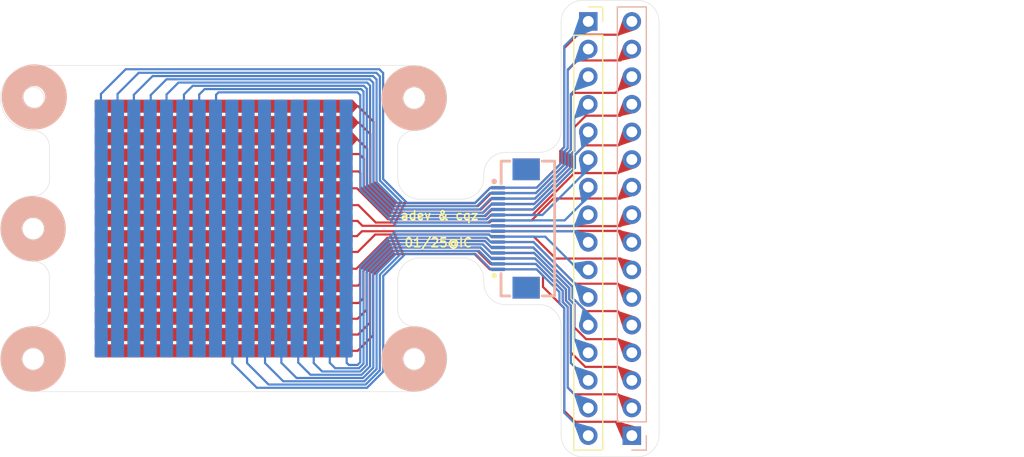
<source format=kicad_pcb>
(kicad_pcb (version 20240108) (generator "pcbnew") (generator_version "8.0")
  (layers (0 "F.Cu" signal "Front") (31 "B.Cu" signal "Back") (34 "B.Paste" user) (35 "F.Paste" user) (36 "B.SilkS" user "B.Silkscreen") (37 "F.SilkS" user "F.Silkscreen") (38 "B.Mask" user "B.Mask - ENIG") (39 "F.Mask" user "F.Mask - ENIG") (44 "Edge.Cuts" user))
  (net 0 "")
  (net 1 "/out4")
  (net 2 "/out6")
  (net 3 "/out14")
  (net 4 "/out9")
  (net 5 "/out12")
  (net 6 "/out10")
  (net 7 "/out5")
  (net 8 "/out7")
  (net 9 "/out15")
  (net 10 "/out11")
  (net 11 "/out2")
  (net 13 "/out1")
  (net 14 "/out0")
  (net 15 "/out8")
  (net 16 "/out13")
  (net 17 "/out3")
  (net 20 "/ain8")
  (net 21 "/ain4")
  (net 22 "/ain11")
  (net 23 "/ain14")
  (net 24 "/ain12")
  (net 25 "/ain6")
  (net 26 "/ain13")
  (net 27 "/ain10")
  (net 28 "/ain9")
  (net 29 "/ain0")
  (net 30 "/ain1")
  (net 31 "/ain2")
  (net 32 "/ain7")
  (net 33 "/ain5")
  (net 35 "/ain15")
  (net 36 "/ain3")
  (footprint "00_lcsc:FPC-SMD_16P-P0.50_FPC-05F-16PH20" (layer "F.Cu") (at 141.25 114.75 90)
    (property "Reference" "FPC2" (hide yes))
    (property "Value" "FPC-05F-16PH20" (hide yes))
  )
  (footprint "Connector_PinSocket_2.54mm:PinSocket_1x16_P2.54mm_Vertical" (layer "F.Cu") (at 148.25 95.7)
    (property "Reference" "J1" (hide yes))
    (property "Value" "Conn_01x16_Pin" (hide yes))
  )
  (footprint "Connector_PinSocket_2.54mm:PinSocket_1x16_P2.54mm_Vertical" (layer "B.Cu") (at 152.25 133.8)
    (property "Reference" "J2" (hide yes))
    (property "Value" "Conn_01x16_Pin")
  )
  (footprint "00_lcsc:FPC-SMD_16P-P0.50_FPC-05F-16PH20" (layer "B.Cu") (at 141.25 114.75 -90)
    (property "Reference" "FPC1" (hide yes))
    (property "Value" "FPC-05F-16PH20" (hide yes))
  )
  (gr_poly (pts (xy 126.35 102.9) (xy 126.600001 102.9) (xy 127.05 103.4) (xy 127.05 103.6) (xy 126.600001 104.099999) (xy 126.35 104.1)) (fill solid) (layer "F.Cu") (net 35))
  (gr_poly (pts (xy 126.35 105.9) (xy 126.600001 105.9) (xy 127.05 106.4) (xy 127.05 106.6) (xy 126.600001 107.099999) (xy 126.35 107.1)) (fill solid) (layer "F.Cu") (net 26))
  (gr_poly (pts (xy 126.4 104.4) (xy 126.650001 104.4) (xy 127.1 104.9) (xy 127.1 105.1) (xy 126.650001 105.599999) (xy 126.4 105.6)) (fill solid) (layer "F.Cu") (net 23))
  (gr_circle (center 97.25 114.78) (end 99.249999 114.78) (stroke (width 2)) (fill none) (layer "B.SilkS"))
  (gr_circle (center 132.25 102.75) (end 130.25 102.749999) (stroke (width 2)) (fill none) (layer "B.SilkS"))
  (gr_circle (center 97.35 102.65) (end 99.350001 102.649999) (stroke (width 2)) (fill none) (layer "B.SilkS"))
  (gr_circle (center 97.25 126.75) (end 99.25 126.75) (stroke (width 2)) (fill none) (layer "B.SilkS"))
  (gr_circle (center 132.25 126.75) (end 130.249999 126.75) (stroke (width 2)) (fill none) (layer "B.SilkS"))
  (gr_arc (start 98.75 122.25) (mid 98.31066 123.31066) (end 97.25 123.75) (stroke (width 0.0381)) (layer "Edge.Cuts"))
  (gr_arc (start 152.75 93.75) (mid 154.164214 94.335786) (end 154.75 95.75) (stroke (width 0.0381)) (layer "Edge.Cuts"))
  (gr_line (start 130.75 122.250001) (end 130.75 119.449998) (stroke (width 0.0381)) (layer "Edge.Cuts"))
  (gr_arc (start 98.75 110.249999) (mid 98.310661 111.31066) (end 97.25 111.75) (stroke (width 0.0381)) (layer "Edge.Cuts"))
  (gr_line (start 138.65 119.45) (end 138.65 119.750004) (stroke (width 0.0381)) (layer "Edge.Cuts"))
  (gr_circle (center 132.25 126.75) (end 131.249999 126.75) (stroke (width 0.0381)) (fill none) (layer "Edge.Cuts"))
  (gr_arc (start 132.25 99.75) (mid 135.249996 102.749996) (end 132.25 105.750002) (stroke (width 0.0381)) (layer "Edge.Cuts"))
  (gr_arc (start 97.25 117.750001) (mid 94.249999 114.75) (end 97.25 111.75) (stroke (width 0.0381)) (layer "Edge.Cuts"))
  (gr_arc (start 130.75 119.449998) (mid 131.335786 118.035783) (end 132.75 117.449998) (stroke (width 0.0381)) (layer "Edge.Cuts"))
  (gr_arc (start 147.75 135.750004) (mid 146.335786 135.164218) (end 145.75 133.750004) (stroke (width 0.0381)) (layer "Edge.Cuts"))
  (gr_arc (start 140.65 121.750004) (mid 139.235786 121.164218) (end 138.65 119.750004) (stroke (width 0.0381)) (layer "Edge.Cuts"))
  (gr_arc (start 138.65 109.75) (mid 139.235786 108.335786) (end 140.65 107.75) (stroke (width 0.0381)) (layer "Edge.Cuts"))
  (gr_arc (start 132.75 112.050002) (mid 131.335786 111.464216) (end 130.75 110.050002) (stroke (width 0.0381)) (layer "Edge.Cuts"))
  (gr_line (start 130.75 110.050002) (end 130.75 107.25) (stroke (width 0.0381)) (layer "Edge.Cuts"))
  (gr_arc (start 132.249999 123.750002) (mid 135.249995 126.749996) (end 132.25 129.75) (stroke (width 0.0381)) (layer "Edge.Cuts"))
  (gr_arc (start 143.75 121.750004) (mid 145.164213 122.335791) (end 145.75 123.750004) (stroke (width 0.0381)) (layer "Edge.Cuts"))
  (gr_line (start 97.250001 99.750002) (end 132.25 99.750005) (stroke (width 0.0381)) (layer "Edge.Cuts"))
  (gr_arc (start 97.25 129.75) (mid 94.25 126.75) (end 97.25 123.75) (stroke (width 0.0381)) (layer "Edge.Cuts"))
  (gr_arc (start 97.250001 105.750001) (mid 94.25 102.750001) (end 97.250001 99.750002) (stroke (width 0.0381)) (layer "Edge.Cuts"))
  (gr_circle (center 97.25 102.750003) (end 98.250001 102.750002) (stroke (width 0.0381)) (fill none) (layer "Edge.Cuts"))
  (gr_arc (start 97.250001 105.750001) (mid 98.310661 106.189341) (end 98.75 107.250001) (stroke (width 0.0381)) (layer "Edge.Cuts"))
  (gr_circle (center 132.25 102.750001) (end 131.25 102.75) (stroke (width 0.0381)) (fill none) (layer "Edge.Cuts"))
  (gr_arc (start 145.75 105.75) (mid 145.164214 107.164214) (end 143.75 107.75) (stroke (width 0.0381)) (layer "Edge.Cuts"))
  (gr_circle (center 97.25 126.75) (end 98.25 126.75) (stroke (width 0.0381)) (fill none) (layer "Edge.Cuts"))
  (gr_line (start 154.75 95.75) (end 154.75 133.750004) (stroke (width 0.0381)) (layer "Edge.Cuts"))
  (gr_line (start 147.75 93.75) (end 152.75 93.75) (stroke (width 0.0381)) (layer "Edge.Cuts"))
  (gr_line (start 140.65 107.75) (end 143.75 107.75) (stroke (width 0.0381)) (layer "Edge.Cuts"))
  (gr_line (start 98.75 110.249999) (end 98.75 107.250001) (stroke (width 0.0381)) (layer "Edge.Cuts"))
  (gr_arc (start 130.75 107.25) (mid 131.189338 106.189337) (end 132.25 105.750002) (stroke (width 0.0381)) (layer "Edge.Cuts"))
  (gr_arc (start 136.65 117.45) (mid 138.064212 118.035787) (end 138.65 119.45) (stroke (width 0.0381)) (layer "Edge.Cuts"))
  (gr_line (start 98.75 122.25) (end 98.75 119.249999) (stroke (width 0.0381)) (layer "Edge.Cuts"))
  (gr_arc (start 145.75 95.75) (mid 146.335786 94.335786) (end 147.75 93.75) (stroke (width 0.0381)) (layer "Edge.Cuts"))
  (gr_line (start 145.75 123.750004) (end 145.75 133.750004) (stroke (width 0.0381)) (layer "Edge.Cuts"))
  (gr_line (start 132.75 117.449998) (end 136.65 117.45) (stroke (width 0.0381)) (layer "Edge.Cuts"))
  (gr_arc (start 138.65 110.05) (mid 138.064214 111.464214) (end 136.65 112.05) (stroke (width 0.0381)) (layer "Edge.Cuts"))
  (gr_line (start 132.25 129.750003) (end 97.25 129.75) (stroke (width 0.0381)) (layer "Edge.Cuts"))
  (gr_line (start 140.65 121.750004) (end 143.75 121.750004) (stroke (width 0.0381)) (layer "Edge.Cuts"))
  (gr_line (start 145.75 105.75) (end 145.75 95.75) (stroke (width 0.0381)) (layer "Edge.Cuts"))
  (gr_circle (center 97.25 114.75) (end 98.250001 114.75) (stroke (width 0.0381)) (fill none) (layer "Edge.Cuts"))
  (gr_arc (start 154.75 133.750004) (mid 154.164213 135.164216) (end 152.75 135.750004) (stroke (width 0.0381)) (layer "Edge.Cuts"))
  (gr_line (start 132.75 112.050002) (end 136.65 112.05) (stroke (width 0.0381)) (layer "Edge.Cuts"))
  (gr_line (start 138.65 110.05) (end 138.65 109.75) (stroke (width 0.0381)) (layer "Edge.Cuts"))
  (gr_arc (start 132.249999 123.750002) (mid 131.189337 123.310662) (end 130.75 122.250001) (stroke (width 0.0381)) (layer "Edge.Cuts"))
  (gr_arc (start 97.25 117.750001) (mid 98.310659 118.18934) (end 98.75 119.249999) (stroke (width 0.0381)) (layer "Edge.Cuts"))
  (gr_line (start 147.75 135.750004) (end 152.75 135.750004) (stroke (width 0.0381)) (layer "Edge.Cuts"))
  (gr_text "01/25@IC" (at 134.475 116.05 0) (layer "F.SilkS") (effects (font (size 0.8128 0.8128) (thickness 0.1524) (bold yes))))
  (gr_text "adev & cqz" (at 134.575 113.55 0) (layer "F.SilkS") (effects (font (size 0.8128 0.8128) (thickness 0.1524) (bold yes))))
  (segment (start 139.96 113) (end 139.3 113) (width 0.2) (layer "B.Cu") (net 1))
  (segment (start 143.197056 113) (end 147.025 109.172056) (width 0.2) (layer "B.Cu") (net 1))
  (segment (start 128.2 110.75) (end 128.2 101.6) (width 0.2) (layer "B.Cu") (net 1))
  (segment (start 139.3 113) (end 138.7 113.6) (width 0.2) (layer "B.Cu") (net 1))
  (segment (start 148.25 106.75) (end 148.25 105.86) (width 0.2) (layer "B.Cu") (net 1))
  (segment (start 131.05 113.6) (end 128.2 110.75) (width 0.2) (layer "B.Cu") (net 1))
  (segment (start 138.7 113.6) (end 131.05 113.6) (width 0.2) (layer "B.Cu") (net 1))
  (segment (start 110.601722 101.323278) (end 109.5 102.425) (width 0.2) (layer "B.Cu") (net 1))
  (segment (start 127.923278 101.323278) (end 110.601722 101.323278) (width 0.2) (layer "B.Cu") (net 1))
  (segment (start 147.025 107.975) (end 148.25 106.75) (width 0.2) (layer "B.Cu") (net 1))
  (segment (start 109.5 102.425) (end 109.5 103.55) (width 0.2) (layer "B.Cu") (net 1))
  (segment (start 147.025 109.172056) (end 147.025 107.975) (width 0.2) (layer "B.Cu") (net 1))
  (segment (start 139.96 113) (end 143.197056 113) (width 0.2) (layer "B.Cu") (net 1))
  (segment (start 128.2 101.6) (end 127.923278 101.323278) (width 0.2) (layer "B.Cu") (net 1))
  (segment (start 127.373278 101.923278) (end 113.001722 101.923278) (width 0.2) (layer "B.Cu") (net 2))
  (segment (start 146.08 114) (end 148.25 111.83) (width 0.2) (layer "B.Cu") (net 2))
  (segment (start 139.25 114) (end 139.05 114.2) (width 0.2) (layer "B.Cu") (net 2))
  (segment (start 139.96 114) (end 146.08 114) (width 0.2) (layer "B.Cu") (net 2))
  (segment (start 127.6 102.15) (end 127.373278 101.923278) (width 0.2) (layer "B.Cu") (net 2))
  (segment (start 139.05 114.2) (end 130.75 114.2) (width 0.2) (layer "B.Cu") (net 2))
  (segment (start 139.96 114) (end 139.25 114) (width 0.2) (layer "B.Cu") (net 2))
  (segment (start 148.25 111.83) (end 148.25 110.94) (width 0.2) (layer "B.Cu") (net 2))
  (segment (start 130.75 114.2) (end 127.6 111.05) (width 0.2) (layer "B.Cu") (net 2))
  (segment (start 113.001722 101.923278) (end 112.5 102.425) (width 0.2) (layer "B.Cu") (net 2))
  (segment (start 127.6 111.05) (end 127.6 102.15) (width 0.2) (layer "B.Cu") (net 2))
  (segment (start 112.5 102.425) (end 112.5 103.35) (width 0.2) (layer "B.Cu") (net 2))
  (segment (start 145.9 121.507717) (end 145.9 120.475736) (width 0.2) (layer "B.Cu") (net 3))
  (segment (start 127.795584 129.1) (end 118.875 129.1) (width 0.2) (layer "B.Cu") (net 3))
  (segment (start 146.35 129.36) (end 146.35 121.957717) (width 0.2) (layer "B.Cu") (net 3))
  (segment (start 139.96 118) (end 139.4 118) (width 0.2) (layer "B.Cu") (net 3))
  (segment (start 143.424264 118) (end 139.96 118) (width 0.2) (layer "B.Cu") (net 3))
  (segment (start 139.4 118) (end 138.2 116.8) (width 0.2) (layer "B.Cu") (net 3))
  (segment (start 146.35 121.957717) (end 145.9 121.507717) (width 0.2) (layer "B.Cu") (net 3))
  (segment (start 138.2 116.8) (end 131.295584 116.8) (width 0.2) (layer "B.Cu") (net 3))
  (segment (start 118.875 129.1) (end 116.9 127.125) (width 0.2) (layer "B.Cu") (net 3))
  (segment (start 148.25 131.26) (end 146.35 129.36) (width 0.2) (layer "B.Cu") (net 3))
  (segment (start 129.1 127.795584) (end 127.795584 129.1) (width 0.2) (layer "B.Cu") (net 3))
  (segment (start 129.1 118.995584) (end 129.1 127.795584) (width 0.2) (layer "B.Cu") (net 3))
  (segment (start 116.9 127.125) (end 116.9 126.4) (width 0.2) (layer "B.Cu") (net 3))
  (segment (start 145.9 120.475736) (end 143.424264 118) (width 0.2) (layer "B.Cu") (net 3))
  (segment (start 131.295584 116.8) (end 129.1 118.995584) (width 0.2) (layer "B.Cu") (net 3))
  (segment (start 127.6 127.174264) (end 127.174264 127.6) (width 0.2) (layer "B.Cu") (net 4))
  (segment (start 127.174264 127.6) (end 125 127.6) (width 0.2) (layer "B.Cu") (net 4))
  (segment (start 125 127.6) (end 124.5 127.1) (width 0.2) (layer "B.Cu") (net 4))
  (segment (start 139.335 115.5) (end 139.135 115.3) (width 0.2) (layer "B.Cu") (net 4))
  (segment (start 144.3 115.5) (end 139.96 115.5) (width 0.2) (layer "B.Cu") (net 4))
  (segment (start 148.25 118.56) (end 147.36 118.56) (width 0.2) (layer "B.Cu") (net 4))
  (segment (start 147.36 118.56) (end 144.3 115.5) (width 0.2) (layer "B.Cu") (net 4))
  (segment (start 124.5 127.1) (end 124.5 126.425) (width 0.2) (layer "B.Cu") (net 4))
  (segment (start 127.6 118.374264) (end 127.6 127.174264) (width 0.2) (layer "B.Cu") (net 4))
  (segment (start 130.674264 115.3) (end 127.6 118.374264) (width 0.2) (layer "B.Cu") (net 4))
  (segment (start 139.135 115.3) (end 130.674264 115.3) (width 0.2) (layer "B.Cu") (net 4))
  (segment (start 139.96 115.5) (end 139.335 115.5) (width 0.2) (layer "B.Cu") (net 4))
  (segment (start 139.35 117) (end 138.55 116.2) (width 0.2) (layer "B.Cu") (net 5))
  (segment (start 121.45 128.5) (end 120.05 127.1) (width 0.2) (layer "B.Cu") (net 5))
  (segment (start 146.95 121.709189) (end 146.5 121.259189) (width 0.2) (layer "B.Cu") (net 5))
  (segment (start 128.5 127.547056) (end 127.547056 128.5) (width 0.2) (layer "B.Cu") (net 5))
  (segment (start 146.95 124.88) (end 146.95 121.709189) (width 0.2) (layer "B.Cu") (net 5))
  (segment (start 146.5 121.259189) (end 146.5 120.227208) (width 0.2) (layer "B.Cu") (net 5))
  (segment (start 139.96 117) (end 139.35 117) (width 0.2) (layer "B.Cu") (net 5))
  (segment (start 143.272792 117) (end 139.96 117) (width 0.2) (layer "B.Cu") (net 5))
  (segment (start 146.5 120.227208) (end 143.272792 117) (width 0.2) (layer "B.Cu") (net 5))
  (segment (start 120.05 127.1) (end 120.05 126.4) (width 0.2) (layer "B.Cu") (net 5))
  (segment (start 128.5 118.747056) (end 128.5 127.547056) (width 0.2) (layer "B.Cu") (net 5))
  (segment (start 148.25 126.18) (end 146.95 124.88) (width 0.2) (layer "B.Cu") (net 5))
  (segment (start 138.55 116.2) (end 131.047056 116.2) (width 0.2) (layer "B.Cu") (net 5))
  (segment (start 127.547056 128.5) (end 121.45 128.5) (width 0.2) (layer "B.Cu") (net 5))
  (segment (start 131.047056 116.2) (end 128.5 118.747056) (width 0.2) (layer "B.Cu") (net 5))
  (segment (start 139.96 116) (end 139.285 116) (width 0.2) (layer "B.Cu") (net 6))
  (segment (start 143.225 116) (end 139.96 116) (width 0.2) (layer "B.Cu") (net 6))
  (segment (start 130.798528 115.6) (end 127.9 118.498528) (width 0.2) (layer "B.Cu") (net 6))
  (segment (start 148.25 121.025) (end 143.225 116) (width 0.2) (layer "B.Cu") (net 6))
  (segment (start 123.025 127.125) (end 123.025 126.425) (width 0.2) (layer "B.Cu") (net 6))
  (segment (start 139.285 116) (end 138.885 115.6) (width 0.2) (layer "B.Cu") (net 6))
  (segment (start 148.25 121.1) (end 148.25 121.025) (width 0.2) (layer "B.Cu") (net 6))
  (segment (start 138.885 115.6) (end 130.798528 115.6) (width 0.2) (layer "B.Cu") (net 6))
  (segment (start 123.8 127.9) (end 123.025 127.125) (width 0.2) (layer "B.Cu") (net 6))
  (segment (start 127.9 127.298528) (end 127.298528 127.9) (width 0.2) (layer "B.Cu") (net 6))
  (segment (start 127.9 118.498528) (end 127.9 127.298528) (width 0.2) (layer "B.Cu") (net 6))
  (segment (start 127.298528 127.9) (end 123.8 127.9) (width 0.2) (layer "B.Cu") (net 6))
  (segment (start 130.9 113.9) (end 127.9 110.9) (width 0.2) (layer "B.Cu") (net 7))
  (segment (start 144.04 113.5) (end 148.25 109.29) (width 0.2) (layer "B.Cu") (net 7))
  (segment (start 138.9 113.9) (end 130.9 113.9) (width 0.2) (layer "B.Cu") (net 7))
  (segment (start 111.901722 101.623278) (end 111.1 102.425) (width 0.2) (layer "B.Cu") (net 7))
  (segment (start 111.1 102.425) (end 111.1 103.25) (width 0.2) (layer "B.Cu") (net 7))
  (segment (start 139.96 113.5) (end 144.04 113.5) (width 0.2) (layer "B.Cu") (net 7))
  (segment (start 139.3 113.5) (end 138.9 113.9) (width 0.2) (layer "B.Cu") (net 7))
  (segment (start 127.9 101.9) (end 127.623278 101.623278) (width 0.2) (layer "B.Cu") (net 7))
  (segment (start 127.623278 101.623278) (end 111.901722 101.623278) (width 0.2) (layer "B.Cu") (net 7))
  (segment (start 148.25 109.29) (end 148.25 108.4) (width 0.2) (layer "B.Cu") (net 7))
  (segment (start 139.96 113.5) (end 139.3 113.5) (width 0.2) (layer "B.Cu") (net 7))
  (segment (start 127.9 110.9) (end 127.9 101.9) (width 0.2) (layer "B.Cu") (net 7))
  (segment (start 127.3 111.2) (end 127.3 102.479894) (width 0.2) (layer "B.Cu") (net 8))
  (segment (start 139.96 114.5) (end 147.23 114.5) (width 0.2) (layer "B.Cu") (net 8))
  (segment (start 130.6 114.5) (end 127.3 111.2) (width 0.2) (layer "B.Cu") (net 8))
  (segment (start 127.043384 102.223278) (end 114.276722 102.223278) (width 0.2) (layer "B.Cu") (net 8))
  (segment (start 139.96 114.5) (end 130.6 114.5) (width 0.2) (layer "B.Cu") (net 8))
  (segment (start 114.05 102.45) (end 114.05 103.35) (width 0.2) (layer "B.Cu") (net 8))
  (segment (start 114.276722 102.223278) (end 114.05 102.45) (width 0.2) (layer "B.Cu") (net 8))
  (segment (start 147.23 114.5) (end 148.25 113.48) (width 0.2) (layer "B.Cu") (net 8))
  (segment (start 127.3 102.479894) (end 127.043384 102.223278) (width 0.2) (layer "B.Cu") (net 8))
  (segment (start 146.05 122.081981) (end 146.05 131.7) (width 0.2) (layer "B.Cu") (net 9))
  (segment (start 145.6 121.631981) (end 146.05 122.081981) (width 0.2) (layer "B.Cu") (net 9))
  (segment (start 145.6 120.6) (end 145.6 121.631981) (width 0.2) (layer "B.Cu") (net 9))
  (segment (start 129.409924 119.109924) (end 129.409924 127.909924) (width 0.2) (layer "B.Cu") (net 9))
  (segment (start 115.55 127.15) (end 115.55 126.4) (width 0.2) (layer "B.Cu") (net 9))
  (segment (start 131.419848 117.1) (end 129.409924 119.109924) (width 0.2) (layer "B.Cu") (net 9))
  (segment (start 139.3 118.5) (end 137.9 117.1) (width 0.2) (layer "B.Cu") (net 9))
  (segment (start 117.8 129.4) (end 115.55 127.15) (width 0.2) (layer "B.Cu") (net 9))
  (segment (start 129.409924 127.909924) (end 127.919848 129.4) (width 0.2) (layer "B.Cu") (net 9))
  (segment (start 127.919848 129.4) (end 117.8 129.4) (width 0.2) (layer "B.Cu") (net 9))
  (segment (start 139.96 118.5) (end 143.5 118.5) (width 0.2) (layer "B.Cu") (net 9))
  (segment (start 143.5 118.5) (end 145.6 120.6) (width 0.2) (layer "B.Cu") (net 9))
  (segment (start 146.05 131.7) (end 148.15 133.8) (width 0.2) (layer "B.Cu") (net 9))
  (segment (start 139.96 118.5) (end 139.3 118.5) (width 0.2) (layer "B.Cu") (net 9))
  (segment (start 137.9 117.1) (end 131.419848 117.1) (width 0.2) (layer "B.Cu") (net 9))
  (segment (start 148.15 133.8) (end 148.25 133.8) (width 0.2) (layer "B.Cu") (net 9))
  (segment (start 148.25 122.584925) (end 146.8 121.134925) (width 0.2) (layer "B.Cu") (net 10))
  (segment (start 128.2 118.622792) (end 128.2 127.422792) (width 0.2) (layer "B.Cu") (net 10))
  (segment (start 130.922792 115.9) (end 128.2 118.622792) (width 0.2) (layer "B.Cu") (net 10))
  (segment (start 138.760736 115.9) (end 130.922792 115.9) (width 0.2) (layer "B.Cu") (net 10))
  (segment (start 122.725 128.2) (end 121.6 127.075) (width 0.2) (layer "B.Cu") (net 10))
  (segment (start 146.8 121.134925) (end 146.8 120.102944) (width 0.2) (layer "B.Cu") (net 10))
  (segment (start 128.2 127.422792) (end 127.422792 128.2) (width 0.2) (layer "B.Cu") (net 10))
  (segment (start 127.422792 128.2) (end 122.725 128.2) (width 0.2) (layer "B.Cu") (net 10))
  (segment (start 143.197056 116.5) (end 139.96 116.5) (width 0.2) (layer "B.Cu") (net 10))
  (segment (start 139.360736 116.5) (end 138.760736 115.9) (width 0.2) (layer "B.Cu") (net 10))
  (segment (start 139.96 116.5) (end 139.360736 116.5) (width 0.2) (layer "B.Cu") (net 10))
  (segment (start 148.25 123.64) (end 148.25 122.584925) (width 0.2) (layer "B.Cu") (net 10))
  (segment (start 146.8 120.102944) (end 143.197056 116.5) (width 0.2) (layer "B.Cu") (net 10))
  (segment (start 121.6 127.075) (end 121.6 126.4) (width 0.2) (layer "B.Cu") (net 10))
  (segment (start 146.65 107.5) (end 146.65 102.38) (width 0.2) (layer "B.Cu") (net 11))
  (segment (start 146.425 108.923528) (end 146.425 107.725) (width 0.2) (layer "B.Cu") (net 11))
  (segment (start 146.65 102.38) (end 148.25 100.78) (width 0.2) (layer "B.Cu") (net 11))
  (segment (start 146.425 107.725) (end 146.65 107.5) (width 0.2) (layer "B.Cu") (net 11))
  (segment (start 139.279636 112) (end 138.279636 113) (width 0.2) (layer "B.Cu") (net 11))
  (segment (start 143.348528 112) (end 146.425 108.923528) (width 0.2) (layer "B.Cu") (net 11))
  (segment (start 106.5 102.45) (end 106.5 103.25) (width 0.2) (layer "B.Cu") (net 11))
  (segment (start 108.226722 100.723278) (end 106.5 102.45) (width 0.2) (layer "B.Cu") (net 11))
  (segment (start 128.473278 100.723278) (end 108.226722 100.723278) (width 0.2) (layer "B.Cu") (net 11))
  (segment (start 131.323289 113) (end 128.8 110.476711) (width 0.2) (layer "B.Cu") (net 11))
  (segment (start 138.279636 113) (end 131.323289 113) (width 0.2) (layer "B.Cu") (net 11))
  (segment (start 139.96 112) (end 139.279636 112) (width 0.2) (layer "B.Cu") (net 11))
  (segment (start 139.96 112) (end 143.348528 112) (width 0.2) (layer "B.Cu") (net 11))
  (segment (start 128.8 101.05) (end 128.473278 100.723278) (width 0.2) (layer "B.Cu") (net 11))
  (segment (start 128.8 110.476711) (end 128.8 101.05) (width 0.2) (layer "B.Cu") (net 11))
  (segment (start 146.35 107.375) (end 146.35 100.14) (width 0.2) (layer "B.Cu") (net 13))
  (segment (start 143.424264 111.5) (end 146.125 108.799264) (width 0.2) (layer "B.Cu") (net 13))
  (segment (start 146.35 100.14) (end 148.25 98.24) (width 0.2) (layer "B.Cu") (net 13))
  (segment (start 138.006335 112.7) (end 131.464835 112.7) (width 0.2) (layer "B.Cu") (net 13))
  (segment (start 105 102.375) (end 105 103.1) (width 0.2) (layer "B.Cu") (net 13))
  (segment (start 129.1 110.335165) (end 129.1 100.75) (width 0.2) (layer "B.Cu") (net 13))
  (segment (start 128.773278 100.423278) (end 106.951722 100.423278) (width 0.2) (layer "B.Cu") (net 13))
  (segment (start 139.206335 111.5) (end 138.006335 112.7) (width 0.2) (layer "B.Cu") (net 13))
  (segment (start 139.96 111.5) (end 139.206335 111.5) (width 0.2) (layer "B.Cu") (net 13))
  (segment (start 131.464835 112.7) (end 129.1 110.335165) (width 0.2) (layer "B.Cu") (net 13))
  (segment (start 129.1 100.75) (end 128.773278 100.423278) (width 0.2) (layer "B.Cu") (net 13))
  (segment (start 146.125 107.6) (end 146.35 107.375) (width 0.2) (layer "B.Cu") (net 13))
  (segment (start 106.951722 100.423278) (end 105 102.375) (width 0.2) (layer "B.Cu") (net 13))
  (segment (start 139.96 111.5) (end 143.424264 111.5) (width 0.2) (layer "B.Cu") (net 13))
  (segment (start 146.125 108.799264) (end 146.125 107.6) (width 0.2) (layer "B.Cu") (net 13))
  (segment (start 148.25 95.775) (end 148.25 95.7) (width 0.2) (layer "B.Cu") (net 14))
  (segment (start 145.825 108.675) (end 145.825 107.475) (width 0.2) (layer "B.Cu") (net 14))
  (segment (start 146.05 97.975) (end 148.25 95.775) (width 0.2) (layer "B.Cu") (net 14))
  (segment (start 139.96 111) (end 143.5 111) (width 0.2) (layer "B.Cu") (net 14))
  (segment (start 145.825 107.475) (end 146.05 107.25) (width 0.2) (layer "B.Cu") (net 14))
  (segment (start 129.05 100.1) (end 105.75 100.1) (width 0.2) (layer "B.Cu") (net 14))
  (segment (start 143.5 111) (end 145.825 108.675) (width 0.2) (layer "B.Cu") (net 14))
  (segment (start 139.96 111) (end 139.25 111) (width 0.2) (layer "B.Cu") (net 14))
  (segment (start 131.6 112.4) (end 129.4 110.2) (width 0.2) (layer "B.Cu") (net 14))
  (segment (start 105.75 100.1) (end 103.475 102.375) (width 0.2) (layer "B.Cu") (net 14))
  (segment (start 137.85 112.4) (end 131.6 112.4) (width 0.2) (layer "B.Cu") (net 14))
  (segment (start 103.475 102.375) (end 103.475 103.825) (width 0.2) (layer "B.Cu") (net 14))
  (segment (start 146.05 107.25) (end 146.05 97.975) (width 0.2) (layer "B.Cu") (net 14))
  (segment (start 129.4 110.2) (end 129.4 100.45) (width 0.2) (layer "B.Cu") (net 14))
  (segment (start 139.25 111) (end 137.85 112.4) (width 0.2) (layer "B.Cu") (net 14))
  (segment (start 129.4 100.45) (end 129.05 100.1) (width 0.2) (layer "B.Cu") (net 14))
  (segment (start 103.475 103.825) (end 103.35 103.95) (width 0.2) (layer "B.Cu") (net 14))
  (segment (start 126.15 127.2) (end 126.05 127.1) (width 0.2) (layer "B.Cu") (net 15))
  (segment (start 127.05 127.3) (end 126.25 127.3) (width 0.2) (layer "B.Cu") (net 15))
  (segment (start 126.25 127.3) (end 126.15 127.2) (width 0.2) (layer "B.Cu") (net 15))
  (segment (start 148.25 116.02) (end 147.23 115) (width 0.2) (layer "B.Cu") (net 15))
  (segment (start 127.3 118.25) (end 127.3 127.05) (width 0.2) (layer "B.Cu") (net 15))
  (segment (start 126.05 127.1) (end 126.05 126.45) (width 0.2) (layer "B.Cu") (net 15))
  (segment (start 139.96 115) (end 130.55 115) (width 0.2) (layer "B.Cu") (net 15))
  (segment (start 147.23 115) (end 139.96 115) (width 0.2) (layer "B.Cu") (net 15))
  (segment (start 130.55 115) (end 127.3 118.25) (width 0.2) (layer "B.Cu") (net 15))
  (segment (start 127.3 127.05) (end 127.05 127.3) (width 0.2) (layer "B.Cu") (net 15))
  (segment (start 139.35 117.5) (end 138.35 116.5) (width 0.2) (layer "B.Cu") (net 16))
  (segment (start 118.55 127.125) (end 118.55 126.4) (width 0.2) (layer "B.Cu") (net 16))
  (segment (start 143.348528 117.5) (end 139.96 117.5) (width 0.2) (layer "B.Cu") (net 16))
  (segment (start 138.35 116.5) (end 131.17132 116.5) (width 0.2) (layer "B.Cu") (net 16))
  (segment (start 146.2 121.383453) (end 146.2 120.351472) (width 0.2) (layer "B.Cu") (net 16))
  (segment (start 146.65 121.833453) (end 146.2 121.383453) (width 0.2) (layer "B.Cu") (net 16))
  (segment (start 146.65 127.12) (end 146.65 121.833453) (width 0.2) (layer "B.Cu") (net 16))
  (segment (start 146.2 120.351472) (end 143.348528 117.5) (width 0.2) (layer "B.Cu") (net 16))
  (segment (start 128.8 127.67132) (end 127.67132 128.8) (width 0.2) (layer "B.Cu") (net 16))
  (segment (start 120.225 128.8) (end 118.55 127.125) (width 0.2) (layer "B.Cu") (net 16))
  (segment (start 127.67132 128.8) (end 120.225 128.8) (width 0.2) (layer "B.Cu") (net 16))
  (segment (start 139.96 117.5) (end 139.35 117.5) (width 0.2) (layer "B.Cu") (net 16))
  (segment (start 131.17132 116.5) (end 128.8 118.87132) (width 0.2) (layer "B.Cu") (net 16))
  (segment (start 148.25 128.72) (end 146.65 127.12) (width 0.2) (layer "B.Cu") (net 16))
  (segment (start 128.8 118.87132) (end 128.8 127.67132) (width 0.2) (layer "B.Cu") (net 16))
  (segment (start 128.5 101.35) (end 128.173278 101.023278) (width 0.2) (layer "B.Cu") (net 17))
  (segment (start 109.501722 101.023278) (end 108.05 102.475) (width 0.2) (layer "B.Cu") (net 17))
  (segment (start 146.95 104.62) (end 148.25 103.32) (width 0.2) (layer "B.Cu") (net 17))
  (segment (start 139.35 112.5) (end 138.55 113.3) (width 0.2) (layer "B.Cu") (net 17))
  (segment (start 138.55 113.3) (end 131.180612 113.3) (width 0.2) (layer "B.Cu") (net 17))
  (segment (start 131.180612 113.3) (end 128.5 110.619388) (width 0.2) (layer "B.Cu") (net 17))
  (segment (start 139.96 112.5) (end 139.35 112.5) (width 0.2) (layer "B.Cu") (net 17))
  (segment (start 146.95 107.625) (end 146.95 104.62) (width 0.2) (layer "B.Cu") (net 17))
  (segment (start 108.05 102.475) (end 108.05 103.45) (width 0.2) (layer "B.Cu") (net 17))
  (segment (start 128.173278 101.023278) (end 109.501722 101.023278) (width 0.2) (layer "B.Cu") (net 17))
  (segment (start 146.725 109.047792) (end 146.725 107.85) (width 0.2) (layer "B.Cu") (net 17))
  (segment (start 128.5 110.619388) (end 128.5 101.35) (width 0.2) (layer "B.Cu") (net 17))
  (segment (start 143.272792 112.5) (end 146.725 109.047792) (width 0.2) (layer "B.Cu") (net 17))
  (segment (start 139.96 112.5) (end 143.272792 112.5) (width 0.2) (layer "B.Cu") (net 17))
  (segment (start 146.725 107.85) (end 146.95 107.625) (width 0.2) (layer "B.Cu") (net 17))
  (segment (start 151.2 114.53) (end 139.99 114.53) (width 0.2) (layer "F.Cu") (net 20))
  (segment (start 139.299264 114.5) (end 130.59 114.499999) (width 0.2) (layer "F.Cu") (net 20))
  (segment (start 130.59 114.499999) (end 127.499999 114.499999) (width 0.2) (layer "F.Cu") (net 20))
  (segment (start 127.05 114.05) (end 126.35 114.05) (width 0.2) (layer "F.Cu") (net 20))
  (segment (start 140 114.5) (end 139.299264 114.5) (width 0.2) (layer "F.Cu") (net 20))
  (segment (start 127.499999 114.499999) (end 127.05 114.05) (width 0.2) (layer "F.Cu") (net 20))
  (segment (start 152.25 113.48) (end 151.2 114.53) (width 0.2) (layer "F.Cu") (net 20))
  (segment (start 139.99 114.53) (end 139.96 114.5) (width 0.2) (layer "F.Cu") (net 20))
  (segment (start 146.8 120.1) (end 143.2 116.5) (width 0.2) (layer "F.Cu") (net 21))
  (segment (start 148.015075 122.35) (end 146.8 121.134925) (width 0.2) (layer "F.Cu") (net 21))
  (segment (start 129.924264 115.9) (end 127.274264 118.55) (width 0.2) (layer "F.Cu") (net 21))
  (segment (start 127.1 120) (end 126.4 120) (width 0.2) (layer "F.Cu") (net 21))
  (segment (start 143.2 116.5) (end 139.96 116.5) (width 0.2) (layer "F.Cu") (net 21))
  (segment (start 152.25 123.64) (end 150.96 122.35) (width 0.2) (layer "F.Cu") (net 21))
  (segment (start 127.274264 118.55) (end 127.274264 119.825736) (width 0.2) (layer "F.Cu") (net 21))
  (segment (start 150.96 122.35) (end 148.015075 122.35) (width 0.2) (layer "F.Cu") (net 21))
  (segment (start 146.8 121.134925) (end 146.8 120.1) (width 0.2) (layer "F.Cu") (net 21))
  (segment (start 127.274264 119.825736) (end 127.1 120) (width 0.2) (layer "F.Cu") (net 21))
  (segment (start 139.350736 116.5) (end 138.750736 115.9) (width 0.2) (layer "F.Cu") (net 21))
  (segment (start 139.95 116.5) (end 139.350736 116.5) (width 0.2) (layer "F.Cu") (net 21))
  (segment (start 138.750736 115.9) (end 129.924264 115.9) (width 0.2) (layer "F.Cu") (net 21))
  (segment (start 127.324264 109.674264) (end 127.15 109.5) (width 0.2) (layer "F.Cu") (net 22))
  (segment (start 127.324264 110.95) (end 127.324264 109.674264) (width 0.2) (layer "F.Cu") (net 22))
  (segment (start 151.034925 107.1) (end 147.9 107.1) (width 0.2) (layer "F.Cu") (net 22))
  (segment (start 140 113) (end 139.400736 113) (width 0.2) (layer "F.Cu") (net 22))
  (segment (start 143.197056 113) (end 139.96 113) (width 0.2) (layer "F.Cu") (net 22))
  (segment (start 146.875 108.125) (end 146.875 109.322056) (width 0.2) (layer "F.Cu") (net 22))
  (segment (start 147.9 107.1) (end 146.875 108.125) (width 0.2) (layer "F.Cu") (net 22))
  (segment (start 139.400736 113) (end 138.800736 113.6) (width 0.2) (layer "F.Cu") (net 22))
  (segment (start 146.875 109.322056) (end 143.197056 113) (width 0.2) (layer "F.Cu") (net 22))
  (segment (start 138.800736 113.6) (end 129.974264 113.6) (width 0.2) (layer "F.Cu") (net 22))
  (segment (start 152.25 105.86) (end 152.25 105.884925) (width 0.2) (layer "F.Cu") (net 22))
  (segment (start 152.25 105.884925) (end 151.034925 107.1) (width 0.2) (layer "F.Cu") (net 22))
  (segment (start 129.974264 113.6) (end 127.324264 110.95) (width 0.2) (layer "F.Cu") (net 22))
  (segment (start 127.15 109.5) (end 126.45 109.5) (width 0.2) (layer "F.Cu") (net 22))
  (segment (start 140 111.5) (end 139.3 111.5) (width 0.2) (layer "F.Cu") (net 23))
  (segment (start 138.1 112.7) (end 130.347056 112.7) (width 0.2) (layer "F.Cu") (net 23))
  (segment (start 128.224264 106.074264) (end 127.15 105) (width 0.2) (layer "F.Cu") (net 23))
  (segment (start 151.2 99.29) (end 147.26 99.29) (width 0.2) (layer "F.Cu") (net 23))
  (segment (start 146.35 107.374264) (end 145.975 107.749264) (width 0.2) (layer "F.Cu") (net 23))
  (segment (start 152.25 98.24) (end 151.2 99.29) (width 0.2) (layer "F.Cu") (net 23))
  (segment (start 128.224264 110.577208) (end 128.224264 106.074264) (width 0.2) (layer "F.Cu") (net 23))
  (segment (start 130.347056 112.7) (end 128.224264 110.577208) (width 0.2) (layer "F.Cu") (net 23))
  (segment (start 145.975 108.949264) (end 143.424264 111.5) (width 0.2) (layer "F.Cu") (net 23))
  (segment (start 143.424264 111.5) (end 139.96 111.5) (width 0.2) (layer "F.Cu") (net 23))
  (segment (start 127.15 105) (end 126.45 105) (width 0.2) (layer "F.Cu") (net 23))
  (segment (start 146.35 100.2) (end 146.35 107.374264) (width 0.2) (layer "F.Cu") (net 23))
  (segment (start 145.975 107.749264) (end 145.975 108.949264) (width 0.2) (layer "F.Cu") (net 23))
  (segment (start 147.26 99.29) (end 146.35 100.2) (width 0.2) (layer "F.Cu") (net 23))
  (segment (start 139.3 111.5) (end 138.1 112.7) (width 0.2) (layer "F.Cu") (net 23))
  (segment (start 130.098528 113.3) (end 127.624264 110.825736) (width 0.2) (layer "F.Cu") (net 24))
  (segment (start 148.03 104.37) (end 146.95 105.45) (width 0.2) (layer "F.Cu") (net 24))
  (segment (start 151.2 104.37) (end 148.03 104.37) (width 0.2) (layer "F.Cu") (net 24))
  (segment (start 146.575 109.197792) (end 143.272792 112.5) (width 0.2) (layer "F.Cu") (net 24))
  (segment (start 140 112.5) (end 139.39 112.5) (width 0.2) (layer "F.Cu") (net 24))
  (segment (start 127.2 107.9) (end 126.25 107.9) (width 0.2) (layer "F.Cu") (net 24))
  (segment (start 143.272792 112.5) (end 139.96 112.5) (width 0.2) (layer "F.Cu") (net 24))
  (segment (start 127.624264 108.324264) (end 127.2 107.9) (width 0.2) (layer "F.Cu") (net 24))
  (segment (start 146.95 105.45) (end 146.95 107.622792) (width 0.2) (layer "F.Cu") (net 24))
  (segment (start 138.59 113.3) (end 130.098528 113.3) (width 0.2) (layer "F.Cu") (net 24))
  (segment (start 146.575 107.997792) (end 146.575 109.197792) (width 0.2) (layer "F.Cu") (net 24))
  (segment (start 127.624264 110.825736) (end 127.624264 108.324264) (width 0.2) (layer "F.Cu") (net 24))
  (segment (start 146.95 107.622792) (end 146.575 107.997792) (width 0.2) (layer "F.Cu") (net 24))
  (segment (start 139.39 112.5) (end 138.59 113.3) (width 0.2) (layer "F.Cu") (net 24))
  (segment (start 152.25 103.32) (end 151.2 104.37) (width 0.2) (layer "F.Cu") (net 24))
  (segment (start 152.25 118.56) (end 151.2 117.51) (width 0.2) (layer "F.Cu") (net 25))
  (segment (start 145.26 117.51) (end 143.25 115.5) (width 0.2) (layer "F.Cu") (net 25))
  (segment (start 151.2 117.51) (end 145.26 117.51) (width 0.2) (layer "F.Cu") (net 25))
  (segment (start 143.25 115.5) (end 139.96 115.5) (width 0.2) (layer "F.Cu") (net 25))
  (segment (start 139.95 115.5) (end 139.325 115.5) (width 0.2) (layer "F.Cu") (net 25))
  (segment (start 139.125 115.3) (end 128.675 115.3) (width 0.2) (layer "F.Cu") (net 25))
  (segment (start 128.675 115.3) (end 127.075 116.9) (width 0.2) (layer "F.Cu") (net 25))
  (segment (start 139.325 115.5) (end 139.125 115.3) (width 0.2) (layer "F.Cu") (net 25))
  (segment (start 127.075 116.9) (end 126.45 116.9) (width 0.2) (layer "F.Cu") (net 25))
  (segment (start 146.65 107.498528) (end 146.65 102.525) (width 0.2) (layer "F.Cu") (net 26))
  (segment (start 138.39 113) (end 130.222792 113) (width 0.2) (layer "F.Cu") (net 26))
  (segment (start 127.924264 110.701472) (end 127.924264 107.424264) (width 0.2) (layer "F.Cu") (net 26))
  (segment (start 146.275 109.073528) (end 146.275 107.873528) (width 0.2) (layer "F.Cu") (net 26))
  (segment (start 126.95 106.45) (end 126.5 106.45) (width 0.2) (layer "F.Cu") (net 26))
  (segment (start 143.348528 112) (end 146.275 109.073528) (width 0.2) (layer "F.Cu") (net 26))
  (segment (start 146.905 102.27) (end 150.76 102.27) (width 0.2) (layer "F.Cu") (net 26))
  (segment (start 127.924264 107.424264) (end 126.95 106.45) (width 0.2) (layer "F.Cu") (net 26))
  (segment (start 146.275 107.873528) (end 146.65 107.498528) (width 0.2) (layer "F.Cu") (net 26))
  (segment (start 139.39 112) (end 138.39 113) (width 0.2) (layer "F.Cu") (net 26))
  (segment (start 146.65 102.525) (end 146.905 102.27) (width 0.2) (layer "F.Cu") (net 26))
  (segment (start 140 112) (end 139.39 112) (width 0.2) (layer "F.Cu") (net 26))
  (segment (start 139.96 112) (end 143.348528 112) (width 0.2) (layer "F.Cu") (net 26))
  (segment (start 150.76 102.27) (end 152.25 100.78) (width 0.2) (layer "F.Cu") (net 26))
  (segment (start 130.222792 113) (end 127.924264 110.701472) (width 0.2) (layer "F.Cu") (net 26))
  (segment (start 146.97132 109.65) (end 143.12132 113.5) (width 0.2) (layer "F.Cu") (net 27))
  (segment (start 129.85 113.9) (end 127 111.05) (width 0.2) (layer "F.Cu") (net 27))
  (segment (start 139.325 113.5) (end 138.925 113.9) (width 0.2) (layer "F.Cu") (net 27))
  (segment (start 127 111.05) (end 126.25 111.05) (width 0.2) (layer "F.Cu") (net 27))
  (segment (start 152.25 108.4) (end 151 109.65) (width 0.2) (layer "F.Cu") (net 27))
  (segment (start 138.925 113.9) (end 129.85 113.9) (width 0.2) (layer "F.Cu") (net 27))
  (segment (start 151 109.65) (end 146.97132 109.65) (width 0.2) (layer "F.Cu") (net 27))
  (segment (start 143.12132 113.5) (end 139.96 113.5) (width 0.2) (layer "F.Cu") (net 27))
  (segment (start 140 113.5) (end 139.325 113.5) (width 0.2) (layer "F.Cu") (net 27))
  (segment (start 145.055584 111.99) (end 143.045584 114) (width 0.2) (layer "F.Cu") (net 28))
  (segment (start 139.175 114.2) (end 128.725 114.2) (width 0.2) (layer "F.Cu") (net 28))
  (segment (start 152.25 110.94) (end 151.2 111.99) (width 0.2) (layer "F.Cu") (net 28))
  (segment (start 127.125 112.6) (end 126.5 112.6) (width 0.2) (layer "F.Cu") (net 28))
  (segment (start 140 114) (end 139.375 114) (width 0.2) (layer "F.Cu") (net 28))
  (segment (start 128.725 114.2) (end 127.125 112.6) (width 0.2) (layer "F.Cu") (net 28))
  (segment (start 151.2 111.99) (end 145.055584 111.99) (width 0.2) (layer "F.Cu") (net 28))
  (segment (start 139.375 114) (end 139.175 114.2) (width 0.2) (layer "F.Cu") (net 28))
  (segment (start 143.045584 114) (end 139.96 114) (width 0.2) (layer "F.Cu") (net 28))
  (segment (start 139.2 118.5) (end 137.8 117.1) (width 0.2) (layer "F.Cu") (net 29))
  (segment (start 144.088236 120.120217) (end 144.088236 119.086764) (width 0.2) (layer "F.Cu") (net 29))
  (segment (start 143.501472 118.5) (end 139.96 118.5) (width 0.2) (layer "F.Cu") (net 29))
  (segment (start 130.42132 117.1) (end 128.474264 119.047056) (width 0.2) (layer "F.Cu") (net 29))
  (segment (start 127.05 126) (end 126.3 126) (width 0.2) (layer "F.Cu") (net 29))
  (segment (start 128.474264 119.047056) (end 128.474264 124.575736) (width 0.2) (layer "F.Cu") (net 29))
  (segment (start 152.25 133.8) (end 150.975 132.525) (width 0.2) (layer "F.Cu") (net 29))
  (segment (start 147.05 132.525) (end 146.05 131.525) (width 0.2) (layer "F.Cu") (net 29))
  (segment (start 137.8 117.1) (end 135.99 117.1) (width 0.2) (layer "F.Cu") (net 29))
  (segment (start 135.99 117.1) (end 131.409848 117.099999) (width 0.2) (layer "F.Cu") (net 29))
  (segment (start 131.409848 117.099999) (end 131.409847 117.1) (width 0.2) (layer "F.Cu") (net 29))
  (segment (start 150.975 132.525) (end 147.05 132.525) (width 0.2) (layer "F.Cu") (net 29))
  (segment (start 144.088236 119.086764) (end 143.501472 118.5) (width 0.2) (layer "F.Cu") (net 29))
  (segment (start 146.05 131.525) (end 146.05 122.081981) (width 0.2) (layer "F.Cu") (net 29))
  (segment (start 146.05 122.081981) (end 144.088236 120.120217) (width 0.2) (layer "F.Cu") (net 29))
  (segment (start 128.474264 124.575736) (end 127.05 126) (width 0.2) (layer "F.Cu") (net 29))
  (segment (start 139.95 118.5) (end 139.2 118.5) (width 0.2) (layer "F.Cu") (net 29))
  (segment (start 131.409847 117.1) (end 130.42132 117.1) (width 0.2) (layer "F.Cu") (net 29))
  (segment (start 127.1 124.5) (end 126.4 124.5) (width 0.2) (layer "F.Cu") (net 30))
  (segment (start 128.174264 123.425736) (end 127.1 124.5) (width 0.2) (layer "F.Cu") (net 30))
  (segment (start 143.425736 118) (end 145.9 120.474264) (width 0.2) (layer "F.Cu") (net 30))
  (segment (start 146.35 121.957717) (end 146.35 129.375) (width 0.2) (layer "F.Cu") (net 30))
  (segment (start 128.174264 118.922792) (end 128.174264 123.425736) (width 0.2) (layer "F.Cu") (net 30))
  (segment (start 145.9 121.507717) (end 146.35 121.957717) (width 0.2) (layer "F.Cu") (net 30))
  (segment (start 138.05 116.8) (end 130.297056 116.8) (width 0.2) (layer "F.Cu") (net 30))
  (segment (start 150.99 130) (end 152.25 131.26) (width 0.2) (layer "F.Cu") (net 30))
  (segment (start 145.9 120.474264) (end 145.9 121.507717) (width 0.2) (layer "F.Cu") (net 30))
  (segment (start 139.95 118) (end 139.25 118) (width 0.2) (layer "F.Cu") (net 30))
  (segment (start 139.96 118) (end 143.425736 118) (width 0.2) (layer "F.Cu") (net 30))
  (segment (start 146.35 129.375) (end 146.975 130) (width 0.2) (layer "F.Cu") (net 30))
  (segment (start 139.25 118) (end 138.05 116.8) (width 0.2) (layer "F.Cu") (net 30))
  (segment (start 130.297056 116.8) (end 128.174264 118.922792) (width 0.2) (layer "F.Cu") (net 30))
  (segment (start 146.975 130) (end 150.99 130) (width 0.2) (layer "F.Cu") (net 30))
  (segment (start 127.05 123.05) (end 126.45 123.05) (width 0.2) (layer "F.Cu") (net 31))
  (segment (start 146.65 121.833453) (end 146.2 121.383453) (width 0.2) (layer "F.Cu") (net 31))
  (segment (start 146.2 121.383453) (end 146.2 120.35) (width 0.2) (layer "F.Cu") (net 31))
  (segment (start 146.2 120.35) (end 143.35 117.5) (width 0.2) (layer "F.Cu") (net 31))
  (segment (start 143.35 117.5) (end 139.96 117.5) (width 0.2) (layer "F.Cu") (net 31))
  (segment (start 130.172792 116.5) (end 127.874264 118.798528) (width 0.2) (layer "F.Cu") (net 31))
  (segment (start 151.005 127.475) (end 147.975 127.475) (width 0.2) (layer "F.Cu") (net 31))
  (segment (start 139.95 117.5) (end 139.34 117.5) (width 0.2) (layer "F.Cu") (net 31))
  (segment (start 138.34 116.5) (end 130.172792 116.5) (width 0.2) (layer "F.Cu") (net 31))
  (segment (start 139.34 117.5) (end 138.34 116.5) (width 0.2) (layer "F.Cu") (net 31))
  (segment (start 127.874264 122.225736) (end 127.05 123.05) (width 0.2) (layer "F.Cu") (net 31))
  (segment (start 152.25 128.72) (end 151.005 127.475) (width 0.2) (layer "F.Cu") (net 31))
  (segment (start 146.65 126.15) (end 146.65 121.833453) (width 0.2) (layer "F.Cu") (net 31))
  (segment (start 147.975 127.475) (end 146.65 126.15) (width 0.2) (layer "F.Cu") (net 31))
  (segment (start 127.874264 118.798528) (end 127.874264 122.225736) (width 0.2) (layer "F.Cu") (net 31))
  (segment (start 130.54 115.000001) (end 127.449999 115.000001) (width 0.2) (layer "F.Cu") (net 32))
  (segment (start 147.2 115) (end 139.96 115) (width 0.2) (layer "F.Cu") (net 32))
  (segment (start 151.2 114.97) (end 147.23 114.97) (width 0.2) (layer "F.Cu") (net 32))
  (segment (start 139.249264 115) (end 130.54 115.000001) (width 0.2) (layer "F.Cu") (net 32))
  (segment (start 127 115.45) (end 126.3 115.45) (width 0.2) (layer "F.Cu") (net 32))
  (segment (start 127.449999 115.000001) (end 127 115.45) (width 0.2) (layer "F.Cu") (net 32))
  (segment (start 147.23 114.97) (end 147.2 115) (width 0.2) (layer "F.Cu") (net 32))
  (segment (start 152.25 116.02) (end 151.2 114.97) (width 0.2) (layer "F.Cu") (net 32))
  (segment (start 139.95 115) (end 139.249264 115) (width 0.2) (layer "F.Cu") (net 32))
  (segment (start 139.95 116) (end 139.275 116) (width 0.2) (layer "F.Cu") (net 33))
  (segment (start 138.875 115.6) (end 129.8 115.6) (width 0.2) (layer "F.Cu") (net 33))
  (segment (start 126.95 118.45) (end 126.2 118.45) (width 0.2) (layer "F.Cu") (net 33))
  (segment (start 152.25 121.1) (end 150.975 119.825) (width 0.2) (layer "F.Cu") (net 33))
  (segment (start 139.275 116) (end 138.875 115.6) (width 0.2) (layer "F.Cu") (net 33))
  (segment (start 143.225 116) (end 139.96 116) (width 0.2) (layer "F.Cu") (net 33))
  (segment (start 129.8 115.6) (end 126.95 118.45) (width 0.2) (layer "F.Cu") (net 33))
  (segment (start 147.05 119.825) (end 143.225 116) (width 0.2) (layer "F.Cu") (net 33))
  (segment (start 150.975 119.825) (end 147.05 119.825) (width 0.2) (layer "F.Cu") (net 33))
  (segment (start 151.025 96.925) (end 152.25 95.7) (width 0.2) (layer "F.Cu") (net 35))
  (segment (start 146.05 98.15) (end 147.275 96.925) (width 0.2) (layer "F.Cu") (net 35))
  (segment (start 130.47132 112.4) (end 128.524264 110.452944) (width 0.2) (layer "F.Cu") (net 35))
  (segment (start 146.05 107.25) (end 146.05 98.15) (width 0.2) (layer "F.Cu") (net 35))
  (segment (start 131.459847 112.4) (end 130.47132 112.4) (width 0.2) (layer "F.Cu") (net 35))
  (segment (start 139.25 111) (end 137.85 112.4) (width 0.2) (layer "F.Cu") (net 35))
  (segment (start 139.96 111) (end 143.5 111) (width 0.2) (layer "F.Cu") (net 35))
  (segment (start 145.675 107.625) (end 146.05 107.25) (width 0.2) (layer "F.Cu") (net 35))
  (segment (start 131.459848 112.400001) (end 131.459847 112.4) (width 0.2) (layer "F.Cu") (net 35))
  (segment (start 136.04 112.4) (end 131.459848 112.400001) (width 0.2) (layer "F.Cu") (net 35))
  (segment (start 137.85 112.4) (end 136.04 112.4) (width 0.2) (layer "F.Cu") (net 35))
  (segment (start 140 111) (end 139.25 111) (width 0.2) (layer "F.Cu") (net 35))
  (segment (start 143.5 111) (end 145.675 108.825) (width 0.2) (layer "F.Cu") (net 35))
  (segment (start 127.1 103.5) (end 126.35 103.5) (width 0.2) (layer "F.Cu") (net 35))
  (segment (start 145.675 108.825) (end 145.675 107.625) (width 0.2) (layer "F.Cu") (net 35))
  (segment (start 128.524264 110.452944) (end 128.524264 104.924264) (width 0.2) (layer "F.Cu") (net 35))
  (segment (start 147.275 96.925) (end 151.025 96.925) (width 0.2) (layer "F.Cu") (net 35))
  (segment (start 128.524264 104.924264) (end 127.1 103.5) (width 0.2) (layer "F.Cu") (net 35))
  (segment (start 139.95 117) (end 139.34 117) (width 0.2) (layer "F.Cu") (net 36))
  (segment (start 138.54 116.2) (end 130.048528 116.2) (width 0.2) (layer "F.Cu") (net 36))
  (segment (start 127.574264 118.674264) (end 127.574264 121.175736) (width 0.2) (layer "F.Cu") (net 36))
  (segment (start 130.048528 116.2) (end 127.574264 118.674264) (width 0.2) (layer "F.Cu") (net 36))
  (segment (start 146.975 121.734189) (end 146.5 121.259189) (width 0.2) (layer "F.Cu") (net 36))
  (segment (start 146.5 121.259189) (end 146.5 120.225) (width 0.2) (layer "F.Cu") (net 36))
  (segment (start 143.275 117) (end 139.96 117) (width 0.2) (layer "F.Cu") (net 36))
  (segment (start 139.34 117) (end 138.54 116.2) (width 0.2) (layer "F.Cu") (net 36))
  (segment (start 127.15 121.6) (end 126.2 121.6) (width 0.2) (layer "F.Cu") (net 36))
  (segment (start 148.050075 124.925) (end 146.975 123.849925) (width 0.2) (layer "F.Cu") (net 36))
  (segment (start 152.25 126.18) (end 150.995 124.925) (width 0.2) (layer "F.Cu") (net 36))
  (segment (start 150.995 124.925) (end 148.050075 124.925) (width 0.2) (layer "F.Cu") (net 36))
  (segment (start 146.5 120.225) (end 143.275 117) (width 0.2) (layer "F.Cu") (net 36))
  (segment (start 127.574264 121.175736) (end 127.15 121.6) (width 0.2) (layer "F.Cu") (net 36))
  (segment (start 146.975 123.849925) (end 146.975 121.734189) (width 0.2) (layer "F.Cu") (net 36))
  (zone (net 32) (net_name "/ain7") (layer "F.Cu") (connect_pads (clearance 0.2)) (min_thickness 0.25) (fill yes (thermal_gap 0.5) (thermal_bridge_width 0.5))
    (polygon (pts (xy 102.9 116.1) (xy 102.9 114.9) (xy 126.600001 114.9) (xy 126.600001 116.1)))
  )
  (zone (net 30) (net_name "/ain1") (layer "F.Cu") (connect_pads (clearance 0.2)) (min_thickness 0.25) (fill yes (thermal_gap 0.5) (thermal_bridge_width 0.5))
    (polygon (pts (xy 102.9 125.099999) (xy 102.900001 123.899999) (xy 126.600001 123.9) (xy 126.600001 125.1)))
  )
  (zone (net 23) (net_name "/ain14") (layer "F.Cu") (connect_pads (clearance 0.2)) (min_thickness 0.25) (fill yes (thermal_gap 0.5) (thermal_bridge_width 0.5))
    (polygon (pts (xy 102.9 105.6) (xy 102.900001 104.4) (xy 126.600002 104.4) (xy 126.600001 105.600001)))
  )
  (zone (net 20) (net_name "/ain8") (layer "F.Cu") (connect_pads (clearance 0.2)) (min_thickness 0.25) (fill yes (thermal_gap 0.5) (thermal_bridge_width 0.5))
    (polygon (pts (xy 102.9 114.6) (xy 102.900001 113.4) (xy 126.600002 113.4) (xy 126.600001 114.6)))
  )
  (zone (net 31) (net_name "/ain2") (layer "F.Cu") (connect_pads (clearance 0.2)) (min_thickness 0.25) (fill yes (thermal_gap 0.5) (thermal_bridge_width 0.5))
    (polygon (pts (xy 102.9 123.6) (xy 102.900001 122.399999) (xy 126.600001 122.400001) (xy 126.600001 123.6)))
  )
  (zone (net 35) (net_name "/ain15") (layer "F.Cu") (connect_pads (clearance 0.2)) (min_thickness 0.25) (fill yes (thermal_gap 0.5) (thermal_bridge_width 0.5))
    (polygon (pts (xy 102.900001 104.1) (xy 102.900001 102.9) (xy 126.600001 102.9) (xy 126.600001 104.099999)))
  )
  (zone (net 26) (net_name "/ain13") (layer "F.Cu") (connect_pads (clearance 0.2)) (min_thickness 0.25) (fill yes (thermal_gap 0.5) (thermal_bridge_width 0.5))
    (polygon (pts (xy 102.900001 107.099999) (xy 102.9 105.9) (xy 126.600001 105.9) (xy 126.600001 107.1)))
  )
  (zone (net 33) (net_name "/ain5") (layer "F.Cu") (connect_pads (clearance 0.2)) (min_thickness 0.25) (fill yes (thermal_gap 0.5) (thermal_bridge_width 0.5))
    (polygon (pts (xy 102.900001 119.1) (xy 102.900001 117.9) (xy 126.600001 117.9) (xy 126.600001 119.1)))
  )
  (zone (net 28) (net_name "/ain9") (layer "F.Cu") (connect_pads (clearance 0.2)) (min_thickness 0.25) (fill yes (thermal_gap 0.5) (thermal_bridge_width 0.5))
    (polygon (pts (xy 102.900001 113.1) (xy 102.900001 111.9) (xy 126.600001 111.9) (xy 126.600002 113.1)))
  )
  (zone (net 25) (net_name "/ain6") (layer "F.Cu") (connect_pads (clearance 0.2)) (min_thickness 0.25) (fill yes (thermal_gap 0.5) (thermal_bridge_width 0.5))
    (polygon (pts (xy 102.900001 117.6) (xy 102.9 116.399999) (xy 126.600001 116.4) (xy 126.600001 117.6)))
  )
  (zone (net 27) (net_name "/ain10") (layer "F.Cu") (connect_pads (clearance 0.2)) (min_thickness 0.25) (fill yes (thermal_gap 0.5) (thermal_bridge_width 0.5))
    (polygon (pts (xy 102.900001 111.6) (xy 102.900001 110.4) (xy 126.600001 110.4) (xy 126.600001 111.6)))
  )
  (zone (net 21) (net_name "/ain4") (layer "F.Cu") (connect_pads (clearance 0.2)) (min_thickness 0.25) (fill yes (thermal_gap 0.5) (thermal_bridge_width 0.5))
    (polygon (pts (xy 102.900001 120.6) (xy 102.900001 119.4) (xy 126.600001 119.4) (xy 126.600001 120.6)))
  )
  (zone (net 22) (net_name "/ain11") (layer "F.Cu") (connect_pads (clearance 0.2)) (min_thickness 0.25) (fill yes (thermal_gap 0.5) (thermal_bridge_width 0.5))
    (polygon (pts (xy 102.900001 110.1) (xy 102.900001 108.9) (xy 126.600001 108.9) (xy 126.600001 110.1)))
  )
  (zone (net 24) (net_name "/ain12") (layer "F.Cu") (connect_pads (clearance 0.2)) (min_thickness 0.25) (fill yes (thermal_gap 0.5) (thermal_bridge_width 0.5))
    (polygon (pts (xy 102.9 108.600001) (xy 102.9 107.4) (xy 126.600001 107.4) (xy 126.600001 108.6)))
  )
  (zone (net 29) (net_name "/ain0") (layer "F.Cu") (connect_pads (clearance 0.2)) (min_thickness 0.25) (fill yes (thermal_gap 0.5) (thermal_bridge_width 0.5))
    (polygon (pts (xy 102.900001 126.6) (xy 102.900001 125.4) (xy 126.600001 125.4) (xy 126.600001 126.6)))
  )
  (zone (net 36) (net_name "/ain3") (layer "F.Cu") (connect_pads (clearance 0.2)) (min_thickness 0.25) (fill yes (thermal_gap 0.5) (thermal_bridge_width 0.5))
    (polygon (pts (xy 102.900001 122.1) (xy 102.900001 120.9) (xy 126.600001 120.899999) (xy 126.600002 122.1)))
  )
  (zone (net 8) (net_name "/out7") (layer "B.Cu") (connect_pads (clearance 0.2)) (min_thickness 0.25) (fill yes (thermal_gap 0.5) (thermal_bridge_width 0.5))
    (polygon (pts (xy 113.400001 126.600001) (xy 114.600001 126.599999) (xy 114.600001 102.900001) (xy 113.400001 102.9)))
  )
  (zone (net 15) (net_name "/out8") (layer "B.Cu") (connect_pads (clearance 0.2)) (min_thickness 0.25) (fill yes (thermal_gap 0.5) (thermal_bridge_width 0.5))
    (polygon (pts (xy 125.400001 126.6) (xy 126.600001 126.6) (xy 126.600001 102.9) (xy 125.400001 102.9)))
  )
  (zone (net 10) (net_name "/out11") (layer "B.Cu") (connect_pads (clearance 0.2)) (min_thickness 0.25) (fill yes (thermal_gap 0.5) (thermal_bridge_width 0.5))
    (polygon (pts (xy 120.9 126.599999) (xy 122.100001 126.600001) (xy 122.100001 102.9) (xy 120.900001 102.9)))
  )
  (zone (net 7) (net_name "/out5") (layer "B.Cu") (connect_pads (clearance 0.2)) (min_thickness 0.25) (fill yes (thermal_gap 0.5) (thermal_bridge_width 0.5))
    (polygon (pts (xy 110.400001 126.6) (xy 111.600001 126.6) (xy 111.600001 102.9) (xy 110.400001 102.9)))
  )
  (zone (net 1) (net_name "/out4") (layer "B.Cu") (connect_pads (clearance 0.2)) (min_thickness 0.25) (fill yes (thermal_gap 0.5) (thermal_bridge_width 0.5))
    (polygon (pts (xy 108.900001 126.6) (xy 110.100001 126.6) (xy 110.100001 102.9) (xy 108.900001 102.9)))
  )
  (zone (net 5) (net_name "/out12") (layer "B.Cu") (connect_pads (clearance 0.2)) (min_thickness 0.25) (fill yes (thermal_gap 0.5) (thermal_bridge_width 0.5))
    (polygon (pts (xy 119.400001 126.6) (xy 120.600001 126.6) (xy 120.600001 102.9) (xy 119.400001 102.9)))
  )
  (zone (net 6) (net_name "/out10") (layer "B.Cu") (connect_pads (clearance 0.2)) (min_thickness 0.25) (fill yes (thermal_gap 0.5) (thermal_bridge_width 0.5))
    (polygon (pts (xy 122.400002 126.6) (xy 123.600001 126.599999) (xy 123.600001 102.900001) (xy 122.400001 102.900001)))
  )
  (zone (net 9) (net_name "/out15") (layer "B.Cu") (connect_pads (clearance 0.2)) (min_thickness 0.25) (fill yes (thermal_gap 0.5) (thermal_bridge_width 0.5))
    (polygon (pts (xy 114.900001 126.599999) (xy 116.100001 126.6) (xy 116.100001 102.9) (xy 114.900001 102.900001)))
  )
  (zone (net 13) (net_name "/out1") (layer "B.Cu") (connect_pads (clearance 0.2)) (min_thickness 0.25) (fill yes (thermal_gap 0.5) (thermal_bridge_width 0.5))
    (polygon (pts (xy 104.400001 126.600001) (xy 105.600002 126.6) (xy 105.600001 102.900001) (xy 104.400001 102.9)))
  )
  (zone (net 14) (net_name "/out0") (layer "B.Cu") (connect_pads (clearance 0.2)) (min_thickness 0.25) (fill yes (thermal_gap 0.5) (thermal_bridge_width 0.5))
    (polygon (pts (xy 102.900001 126.6) (xy 104.1 126.599999) (xy 104.100001 102.9) (xy 102.900001 102.9)))
  )
  (zone (net 2) (net_name "/out6") (layer "B.Cu") (connect_pads (clearance 0.2)) (min_thickness 0.25) (fill yes (thermal_gap 0.5) (thermal_bridge_width 0.5))
    (polygon (pts (xy 111.900001 126.6) (xy 113.100001 126.600001) (xy 113.100001 102.9) (xy 111.900001 102.9)))
  )
  (zone (net 11) (net_name "/out2") (layer "B.Cu") (connect_pads (clearance 0.2)) (min_thickness 0.25) (fill yes (thermal_gap 0.5) (thermal_bridge_width 0.5))
    (polygon (pts (xy 105.900001 126.599999) (xy 107.100001 126.599999) (xy 107.100001 102.900001) (xy 105.900001 102.900001)))
  )
  (zone (net 4) (net_name "/out9") (layer "B.Cu") (connect_pads (clearance 0.2)) (min_thickness 0.25) (fill yes (thermal_gap 0.5) (thermal_bridge_width 0.5))
    (polygon (pts (xy 123.900001 126.599999) (xy 125.100001 126.6) (xy 125.100001 102.9) (xy 123.900001 102.900001)))
  )
  (zone (net 16) (net_name "/out13") (layer "B.Cu") (connect_pads (clearance 0.2)) (min_thickness 0.25) (fill yes (thermal_gap 0.5) (thermal_bridge_width 0.5))
    (polygon (pts (xy 117.900001 126.6) (xy 119.100001 126.6) (xy 119.100001 102.9) (xy 117.900001 102.9)))
  )
  (zone (net 17) (net_name "/out3") (layer "B.Cu") (connect_pads (clearance 0.2)) (min_thickness 0.25) (fill yes (thermal_gap 0.5) (thermal_bridge_width 0.5))
    (polygon (pts (xy 107.400001 126.6) (xy 108.600001 126.6) (xy 108.600001 102.9) (xy 107.400001 102.9)))
  )
  (zone (net 3) (net_name "/out14") (layer "B.Cu") (connect_pads (clearance 0.2)) (min_thickness 0.25) (fill yes (thermal_gap 0.5) (thermal_bridge_width 0.5))
    (polygon (pts (xy 116.400001 126.6) (xy 117.600001 126.6) (xy 117.600001 102.9) (xy 116.400001 102.9)))
  )
)
</source>
